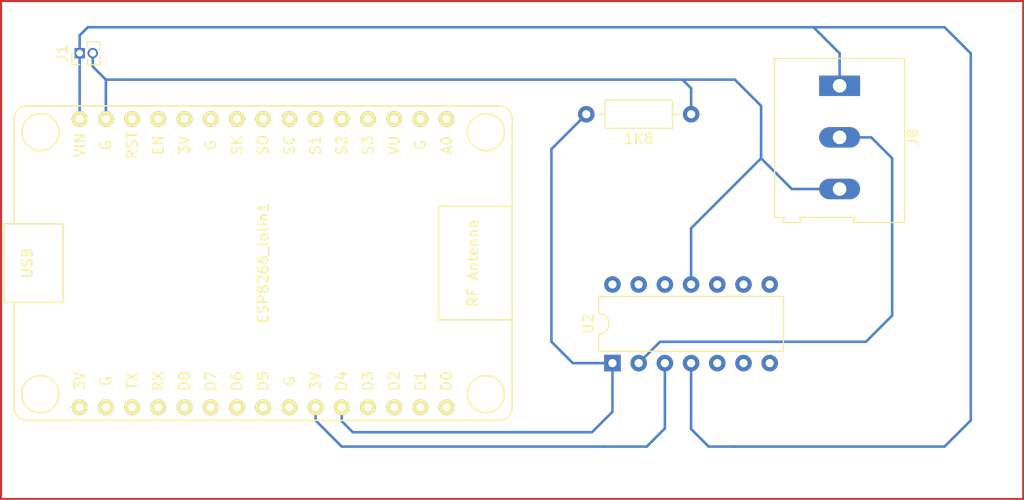
<source format=kicad_pcb>
(kicad_pcb (version 20211014) (generator pcbnew)
  (layers (0 "F.Cu" signal) (31 "B.Cu" signal) (34 "B.Paste" user) (35 "F.Paste" user) (36 "B.SilkS" user "B.Silkscreen") (37 "F.SilkS" user "F.Silkscreen") (38 "B.Mask" user) (39 "F.Mask" user) (44 "Edge.Cuts" user))
  (net 0 "")
  (net 1 "Net-(1K8-Pad1)")
  (net 2 "Net-(1K8-Pad2)")
  (net 16 "Net-(ESP8266_lolin1-Pad15)")
  (net 26 "Net-(ESP8266_lolin1-Pad25)")
  (net 31 "Net-(J8-Pad2)")
  (footprint "Package_DIP:DIP-14_W7.62mm" (layer "F.Cu") (at 150.695 96.05 90)
    (fp_text reference "U2" (at 3.81 -2.33 90) (layer "F.SilkS"))
    (fp_text value "LM324")
    (fp_line (start 6.46 -1.33) (end 4.81 -1.33) (layer "F.SilkS") (width 0.12))
    (fp_line (start 1.16 -1.33) (end 1.16 16.57) (layer "F.SilkS") (width 0.12))
    (fp_line (start 2.81 -1.33) (end 1.16 -1.33) (layer "F.SilkS") (width 0.12))
    (fp_line (start 6.46 16.57) (end 6.46 -1.33) (layer "F.SilkS") (width 0.12))
    (fp_line (start 1.16 16.57) (end 6.46 16.57) (layer "F.SilkS") (width 0.12))
    (fp_arc (start 4.81 -1.33) (mid 3.81 -0.33) (end 2.81 -1.33) (layer "F.SilkS") (width 0.12))
    (pad "1" thru_hole rect (at 0 0 90) (size 1.6 1.6) (drill 0.8) (layers *.Cu *.Mask) (net 2 "Net-(1K8-Pad2)"))
    (pad "2" thru_hole oval (at 0 2.54 90) (size 1.6 1.6) (drill 0.8) (layers *.Cu *.Mask) (net 31 "Net-(J8-Pad2)"))
    (pad "3" thru_hole oval (at 0 5.08 90) (size 1.6 1.6) (drill 0.8) (layers *.Cu *.Mask) (net 26 "Net-(ESP8266_lolin1-Pad25)"))
    (pad "4" thru_hole oval (at 0 7.62 90) (size 1.6 1.6) (drill 0.8) (layers *.Cu *.Mask) (net 16 "Net-(ESP8266_lolin1-Pad15)"))
    (pad "5" thru_hole oval (at 0 10.16 90) (size 1.6 1.6) (drill 0.8) (layers *.Cu *.Mask))
    (pad "6" thru_hole oval (at 0 12.7 90) (size 1.6 1.6) (drill 0.8) (layers *.Cu *.Mask))
    (pad "7" thru_hole oval (at 0 15.24 90) (size 1.6 1.6) (drill 0.8) (layers *.Cu *.Mask))
    (pad "8" thru_hole oval (at 7.62 15.24 90) (size 1.6 1.6) (drill 0.8) (layers *.Cu *.Mask))
    (pad "9" thru_hole oval (at 7.62 12.7 90) (size 1.6 1.6) (drill 0.8) (layers *.Cu *.Mask))
    (pad "10" thru_hole oval (at 7.62 10.16 90) (size 1.6 1.6) (drill 0.8) (layers *.Cu *.Mask))
    (pad "11" thru_hole oval (at 7.62 7.62 90) (size 1.6 1.6) (drill 0.8) (layers *.Cu *.Mask) (net 1 "Net-(1K8-Pad1)"))
    (pad "12" thru_hole oval (at 7.62 5.08 90) (size 1.6 1.6) (drill 0.8) (layers *.Cu *.Mask))
    (pad "13" thru_hole oval (at 7.62 2.54 90) (size 1.6 1.6) (drill 0.8) (layers *.Cu *.Mask))
    (pad "14" thru_hole oval (at 7.62 0 90) (size 1.6 1.6) (drill 0.8) (layers *.Cu *.Mask))
  )
  (footprint "Connector_PinHeader_1.27mm:PinHeader_1x02_P1.27mm_Vertical" (layer "F.Cu") (at 99.06 66.009833 90)
    (fp_text reference "J1" (at 0 -1.695 90) (layer "F.SilkS"))
    (fp_text value "USB_A")
    (fp_line (start -1.11 0.76) (end -0.563471 0.76) (layer "F.SilkS") (width 0.12))
    (fp_line (start 0.563471 0.76) (end 1.11 0.76) (layer "F.SilkS") (width 0.12))
    (fp_line (start 1.11 0.76) (end 1.11 1.965) (layer "F.SilkS") (width 0.12))
    (fp_line (start -1.11 0.76) (end -1.11 1.965) (layer "F.SilkS") (width 0.12))
    (fp_line (start -1.11 1.965) (end -0.30753 1.965) (layer "F.SilkS") (width 0.12))
    (fp_line (start -1.11 -0.76) (end 0 -0.76) (layer "F.SilkS") (width 0.12))
    (fp_line (start -1.11 0) (end -1.11 -0.76) (layer "F.SilkS") (width 0.12))
    (fp_line (start 0.30753 1.965) (end 1.11 1.965) (layer "F.SilkS") (width 0.12))
    (pad "1" thru_hole rect (at 0 0 90) (size 1 1) (drill 0.65) (layers *.Cu *.Mask) (net 16 "Net-(ESP8266_lolin1-Pad15)"))
    (pad "4" thru_hole oval (at 0 1.27 90) (size 1 1) (drill 0.65) (layers *.Cu *.Mask) (net 1 "Net-(1K8-Pad1)"))
  )
  (footprint "ESP8366:NodeMCU1.0(12-E)" (layer "F.Cu") (at 116.84 86.36 -90)
    (fp_text reference "ESP8266_lolin1" (at 0 0 -90) (layer "F.SilkS"))
    (fp_text value "NodeMCU1.0(ESP-12E)")
    (fp_text user "D2" (at 11.43 -12.7 -90) (layer "F.SilkS"))
    (fp_text user "G" (at -11.43 -15.24 -90) (layer "F.SilkS"))
    (fp_text user "VIN" (at -11.43 17.78 -90) (layer "F.SilkS"))
    (fp_text user "S1" (at -11.43 -5.08 -90) (layer "F.SilkS"))
    (fp_text user "D8" (at 11.43 7.62 -90) (layer "F.SilkS"))
    (fp_text user "RX" (at 11.43 10.16 -90) (layer "F.SilkS"))
    (fp_text user "A0" (at -11.43 -17.78 -90) (layer "F.SilkS"))
    (fp_text user "G" (at 11.43 -2.54 -90) (layer "F.SilkS"))
    (fp_text user "G" (at 11.43 15.24 -90) (layer "F.SilkS"))
    (fp_text user "D7" (at 11.43 5.08 -90) (layer "F.SilkS"))
    (fp_text user "D0" (at 11.43 -17.78 -90) (layer "F.SilkS"))
    (fp_text user "3V" (at 11.43 -5.08 -90) (layer "F.SilkS"))
    (fp_text user "D3" (at 11.43 -10.16 -90) (layer "F.SilkS"))
    (fp_text user "D4" (at 11.43 -7.62 -90) (layer "F.SilkS"))
    (fp_text user "SC" (at -11.43 -2.54 -90) (layer "F.SilkS"))
    (fp_text user "S2" (at -11.43 -7.62 -90) (layer "F.SilkS"))
    (fp_text user "D5" (at 11.43 0 -90) (layer "F.SilkS"))
    (fp_text user "SO" (at -11.43 0 -90) (layer "F.SilkS"))
    (fp_text user "S3" (at -11.43 -10.16 -90) (layer "F.SilkS"))
    (fp_text user "D1" (at 11.43 -15.24 -90) (layer "F.SilkS"))
    (fp_text user "G" (at -11.43 5.08 -90) (layer "F.SilkS"))
    (fp_text user "RF Antenna" (at 0 -20.32 -90) (layer "F.SilkS"))
    (fp_text user "D6" (at 11.43 2.54 -90) (layer "F.SilkS"))
    (fp_text user "G" (at -11.43 15.24 -90) (layer "F.SilkS"))
    (fp_text user "SK" (at -11.43 2.54 -90) (layer "F.SilkS"))
    (fp_text user "3V" (at 11.43 17.78 -90) (layer "F.SilkS"))
    (fp_text user "TX" (at 11.43 12.7 -90) (layer "F.SilkS"))
    (fp_text user "EN" (at -11.43 10.16 -90) (layer "F.SilkS"))
    (fp_text user "3V" (at -11.43 7.62 -90) (layer "F.SilkS"))
    (fp_text user "USB" (at 0 22.86 -90) (layer "F.SilkS"))
    (fp_text user "RST" (at -11.43 12.7 -90) (layer "F.SilkS"))
    (fp_text user "VU" (at -11.43 -12.7 -90) (layer "F.SilkS"))
    (fp_line (start 3.8 19.4) (end 3.8 25.13) (layer "F.SilkS") (width 0.15))
    (fp_line (start -15.24 -22.86) (end -15.24 22.86) (layer "F.SilkS") (width 0.15))
    (fp_line (start -5.5 -17) (end -5.5 -24.13) (layer "F.SilkS") (width 0.15))
    (fp_line (start 15.24 -22.86) (end 15.24 22.86) (layer "F.SilkS") (width 0.15))
    (fp_line (start 13.97 -24.13) (end -13.97 -24.13) (layer "F.SilkS") (width 0.15))
    (fp_line (start -3.8 25.13) (end -3.8 19.4) (layer "F.SilkS") (width 0.15))
    (fp_line (start -3.8 24.13) (end -13.97 24.13) (layer "F.SilkS") (width 0.15))
    (fp_line (start 5.5 -24.13) (end 5.5 -17) (layer "F.SilkS") (width 0.15))
    (fp_line (start 5.5 -17) (end -5.5 -17) (layer "F.SilkS") (width 0.15))
    (fp_line (start 3.8 25.13) (end -3.8 25.13) (layer "F.SilkS") (width 0.15))
    (fp_line (start 13.98 24.13) (end 3.81 24.13) (layer "F.SilkS") (width 0.15))
    (fp_line (start -3.8 19.4) (end 3.8 19.4) (layer "F.SilkS") (width 0.15))
    (fp_arc (start -15.24 -22.86) (mid -14.868026 -23.758026) (end -13.97 -24.13) (layer "F.SilkS") (width 0.15))
    (fp_arc (start -13.97 24.13) (mid -14.868026 23.758026) (end -15.24 22.86) (layer "F.SilkS") (width 0.15))
    (fp_arc (start 15.24 22.86) (mid 14.868026 23.758026) (end 13.97 24.13) (layer "F.SilkS") (width 0.15))
    (fp_arc (start 13.97 -24.13) (mid 14.868026 -23.758026) (end 15.24 -22.86) (layer "F.SilkS") (width 0.15))
    (fp_circle (center 12.7 21.59) (end 13.97 20.32) (layer "F.SilkS") (width 0.15) (fill none))
    (fp_circle (center 12.7 -21.59) (end 13.97 -22.86) (layer "F.SilkS") (width 0.15) (fill none))
    (fp_circle (center -12.7 21.59) (end -11.43 20.32) (layer "F.SilkS") (width 0.15) (fill none))
    (fp_circle (center -12.7 -21.59) (end -11.43 -22.86) (layer "F.SilkS") (width 0.15) (fill none))
    (pad "1" thru_hole circle locked (at -13.97 -17.78 270) (size 1.524 1.524) (drill 0.762) (layers *.Cu *.Mask "F.SilkS"))
    (pad "2" thru_hole circle locked (at -13.97 -15.24 270) (size 1.524 1.524) (drill 0.762) (layers *.Cu *.Mask "F.SilkS"))
    (pad "3" thru_hole circle locked (at -13.97 -12.7 270) (size 1.524 1.524) (drill 0.762) (layers *.Cu *.Mask "F.SilkS"))
    (pad "4" thru_hole circle locked (at -13.97 -10.16 270) (size 1.524 1.524) (drill 0.762) (layers *.Cu *.Mask "F.SilkS"))
    (pad "5" thru_hole circle locked (at -13.97 -7.62 270) (size 1.524 1.524) (drill 0.762) (layers *.Cu *.Mask "F.SilkS"))
    (pad "6" thru_hole circle locked (at -13.97 -5.08 270) (size 1.524 1.524) (drill 0.762) (layers *.Cu *.Mask "F.SilkS"))
    (pad "7" thru_hole circle locked (at -13.97 -2.54 270) (size 1.524 1.524) (drill 0.762) (layers *.Cu *.Mask "F.SilkS"))
    (pad "8" thru_hole circle locked (at -13.97 0 270) (size 1.524 1.524) (drill 0.762) (layers *.Cu *.Mask "F.SilkS"))
    (pad "9" thru_hole circle locked (at -13.97 2.54 270) (size 1.524 1.524) (drill 0.762) (layers *.Cu *.Mask "F.SilkS"))
    (pad "10" thru_hole circle locked (at -13.97 5.08 270) (size 1.524 1.524) (drill 0.762) (layers *.Cu *.Mask "F.SilkS"))
    (pad "11" thru_hole circle locked (at -13.97 7.62 270) (size 1.524 1.524) (drill 0.762) (layers *.Cu *.Mask "F.SilkS"))
    (pad "12" thru_hole circle locked (at -13.97 10.16 270) (size 1.524 1.524) (drill 0.762) (layers *.Cu *.Mask "F.SilkS"))
    (pad "13" thru_hole circle locked (at -13.97 12.7 270) (size 1.524 1.524) (drill 0.762) (layers *.Cu *.Mask "F.SilkS"))
    (pad "14" thru_hole circle locked (at -13.97 15.24 270) (size 1.524 1.524) (drill 0.762) (layers *.Cu *.Mask "F.SilkS") (net 1 "Net-(1K8-Pad1)"))
    (pad "15" thru_hole circle locked (at -13.97 17.78 270) (size 1.524 1.524) (drill 0.762) (layers *.Cu *.Mask "F.SilkS") (net 16 "Net-(ESP8266_lolin1-Pad15)"))
    (pad "16" thru_hole circle locked (at 13.97 17.78 270) (size 1.524 1.524) (drill 0.762) (layers *.Cu *.Mask "F.SilkS"))
    (pad "17" thru_hole circle locked (at 13.97 15.24 270) (size 1.524 1.524) (drill 0.762) (layers *.Cu *.Mask "F.SilkS"))
    (pad "18" thru_hole circle locked (at 13.97 12.7 270) (size 1.524 1.524) (drill 0.762) (layers *.Cu *.Mask "F.SilkS"))
    (pad "19" thru_hole circle locked (at 13.97 10.16 270) (size 1.524 1.524) (drill 0.762) (layers *.Cu *.Mask "F.SilkS"))
    (pad "20" thru_hole circle locked (at 13.97 7.62 270) (size 1.524 1.524) (drill 0.762) (layers *.Cu *.Mask "F.SilkS"))
    (pad "21" thru_hole circle locked (at 13.97 5.08 270) (size 1.524 1.524) (drill 0.762) (layers *.Cu *.Mask "F.SilkS"))
    (pad "22" thru_hole circle locked (at 13.97 2.54 270) (size 1.524 1.524) (drill 0.762) (layers *.Cu *.Mask "F.SilkS"))
    (pad "23" thru_hole circle locked (at 13.97 0 270) (size 1.524 1.524) (drill 0.762) (layers *.Cu *.Mask "F.SilkS"))
    (pad "24" thru_hole circle locked (at 13.97 -2.54 270) (size 1.524 1.524) (drill 0.762) (layers *.Cu *.Mask "F.SilkS"))
    (pad "25" thru_hole circle locked (at 13.97 -5.08 270) (size 1.524 1.524) (drill 0.762) (layers *.Cu *.Mask "F.SilkS") (net 26 "Net-(ESP8266_lolin1-Pad25)"))
    (pad "26" thru_hole circle locked (at 13.97 -7.62 270) (size 1.524 1.524) (drill 0.762) (layers *.Cu *.Mask "F.SilkS") (net 2 "Net-(1K8-Pad2)"))
    (pad "27" thru_hole circle locked (at 13.97 -10.16 270) (size 1.524 1.524) (drill 0.762) (layers *.Cu *.Mask "F.SilkS"))
    (pad "28" thru_hole circle locked (at 13.97 -12.7 270) (size 1.524 1.524) (drill 0.762) (layers *.Cu *.Mask "F.SilkS"))
    (pad "29" thru_hole circle locked (at 13.97 -15.24 270) (size 1.524 1.524) (drill 0.762) (layers *.Cu *.Mask "F.SilkS"))
    (pad "30" thru_hole circle locked (at 13.97 -17.78 270) (size 1.524 1.524) (drill 0.762) (layers *.Cu *.Mask "F.SilkS"))
  )
  (footprint "Resistor_THT:R_Axial_DIN0207_L6.3mm_D2.5mm_P10.16mm_Horizontal" (layer "F.Cu") (at 158.32 71.93 180)
    (fp_text reference "1K8" (at 5.08 -2.37) (layer "F.SilkS"))
    (fp_text value "R1")
    (fp_line (start 1.81 1.37) (end 8.35 1.37) (layer "F.SilkS") (width 0.12))
    (fp_line (start 1.04 0) (end 1.81 0) (layer "F.SilkS") (width 0.12))
    (fp_line (start 8.35 1.37) (end 8.35 -1.37) (layer "F.SilkS") (width 0.12))
    (fp_line (start 8.35 -1.37) (end 1.81 -1.37) (layer "F.SilkS") (width 0.12))
    (fp_line (start 9.12 0) (end 8.35 0) (layer "F.SilkS") (width 0.12))
    (fp_line (start 1.81 -1.37) (end 1.81 1.37) (layer "F.SilkS") (width 0.12))
    (pad "1" thru_hole circle (at 0 0 180) (size 1.6 1.6) (drill 0.8) (layers *.Cu *.Mask) (net 1 "Net-(1K8-Pad1)"))
    (pad "2" thru_hole oval (at 10.16 0 180) (size 1.6 1.6) (drill 0.8) (layers *.Cu *.Mask) (net 2 "Net-(1K8-Pad2)"))
  )
  (footprint "TerminalBlock:TerminalBlock_Altech_AK300-3_P5.00mm" (layer "F.Cu") (at 172.71 69.175 -90)
    (fp_text reference "J8" (at 5 -7.1 90) (layer "F.SilkS"))
    (fp_text value "Conn_01x03_Female")
    (fp_line (start 13.25 3.65) (end 12.75 3.9) (layer "F.SilkS") (width 0.12))
    (fp_line (start -2.65 -6.3) (end -2.65 6.3) (layer "F.SilkS") (width 0.12))
    (fp_line (start 13.25 5.65) (end 13.25 3.65) (layer "F.SilkS") (width 0.12))
    (fp_line (start 13.25 -6.3) (end -2.65 -6.3) (layer "F.SilkS") (width 0.12))
    (fp_line (start -2.65 6.3) (end 12.75 6.3) (layer "F.SilkS") (width 0.12))
    (fp_line (start 12.75 -1.5) (end 13.25 -1.25) (layer "F.SilkS") (width 0.12))
    (fp_line (start 12.75 3.9) (end 12.75 -1.5) (layer "F.SilkS") (width 0.12))
    (fp_line (start 12.75 6.3) (end 12.75 5.35) (layer "F.SilkS") (width 0.12))
    (fp_line (start 12.75 5.35) (end 13.25 5.65) (layer "F.SilkS") (width 0.12))
    (fp_line (start 13.25 -1.25) (end 13.25 -6.3) (layer "F.SilkS") (width 0.12))
    (pad "1" thru_hole rect (at 0 0 270) (size 1.98 3.96) (drill 1.32) (layers *.Cu *.Mask) (net 16 "Net-(ESP8266_lolin1-Pad15)"))
    (pad "2" thru_hole oval (at 5 0 270) (size 1.98 3.96) (drill 1.32) (layers *.Cu *.Mask) (net 31 "Net-(J8-Pad2)"))
    (pad "3" thru_hole oval (at 10 0 270) (size 1.98 3.96) (drill 1.32) (layers *.Cu *.Mask) (net 1 "Net-(1K8-Pad1)"))
  )
  (gr_line (start 190.5 60.96) (end 91.44 60.96) (layer "F.Cu") (width 0.2))
  (gr_line (start 91.44 60.96) (end 91.44 109.22) (layer "F.Cu") (width 0.2))
  (gr_line (start 91.44 109.22) (end 190.5 109.22) (layer "F.Cu") (width 0.2))
  (gr_line (start 190.5 109.22) (end 190.5 60.96) (layer "F.Cu") (width 0.2))
  (segment (start 101.6 68.58) (end 162.56 68.58) (width 0.25) (layer "B.Cu") (net 1))
  (segment (start 101.6 68.58) (end 101.6 72.39) (width 0.25) (layer "B.Cu") (net 1))
  (segment (start 165.1 76.2) (end 168.075 79.175) (width 0.25) (layer "B.Cu") (net 1))
  (segment (start 165.1 71.12) (end 165.1 76.2) (width 0.25) (layer "B.Cu") (net 1))
  (segment (start 158.315 88.43) (end 158.315 82.985) (width 0.25) (layer "B.Cu") (net 1))
  (segment (start 162.56 68.58) (end 165.1 71.12) (width 0.25) (layer "B.Cu") (net 1))
  (segment (start 100.33 67.31) (end 101.6 68.58) (width 0.25) (layer "B.Cu") (net 1))
  (segment (start 168.075 79.175) (end 172.71 79.175) (width 0.25) (layer "B.Cu") (net 1))
  (segment (start 158.315 82.985) (end 165.1 76.2) (width 0.25) (layer "B.Cu") (net 1))
  (segment (start 158.32 69.42) (end 157.48 68.58) (width 0.25) (layer "B.Cu") (net 1))
  (segment (start 158.32 71.93) (end 158.32 69.42) (width 0.25) (layer "B.Cu") (net 1))
  (segment (start 100.33 66.009833) (end 100.33 67.31) (width 0.25) (layer "B.Cu") (net 1))
  (segment (start 144.78 75.31) (end 148.16 71.93) (width 0.25) (layer "B.Cu") (net 2))
  (segment (start 124.46 100.33) (end 124.46 101.678075) (width 0.25) (layer "B.Cu") (net 2))
  (segment (start 150.695 100.765) (end 150.695 96.05) (width 0.25) (layer "B.Cu") (net 2))
  (segment (start 144.78 93.98) (end 144.78 75.31) (width 0.25) (layer "B.Cu") (net 2))
  (segment (start 124.46 101.678075) (end 125.532386 102.750461) (width 0.25) (layer "B.Cu") (net 2))
  (segment (start 148.709539 102.750461) (end 150.695 100.765) (width 0.25) (layer "B.Cu") (net 2))
  (segment (start 146.85 96.05) (end 144.78 93.98) (width 0.25) (layer "B.Cu") (net 2))
  (segment (start 150.695 96.05) (end 146.85 96.05) (width 0.25) (layer "B.Cu") (net 2))
  (segment (start 125.532386 102.750461) (end 148.709539 102.750461) (width 0.25) (layer "B.Cu") (net 2))
  (segment (start 172.71 66.05) (end 172.71 69.175) (width 0.25) (layer "B.Cu") (net 16))
  (segment (start 170.18 63.5) (end 182.88 63.5) (width 0.25) (layer "B.Cu") (net 16))
  (segment (start 99.849545 63.5) (end 170.18 63.5) (width 0.25) (layer "B.Cu") (net 16))
  (segment (start 99.06 64.289545) (end 99.849545 63.5) (width 0.25) (layer "B.Cu") (net 16))
  (segment (start 162.56 104.14) (end 160.02 104.14) (width 0.25) (layer "B.Cu") (net 16))
  (segment (start 158.315 102.435) (end 160.02 104.14) (width 0.25) (layer "B.Cu") (net 16))
  (segment (start 99.06 72.39) (end 99.06 66.009833) (width 0.25) (layer "B.Cu") (net 16))
  (segment (start 172.72 66.04) (end 172.71 66.05) (width 0.25) (layer "B.Cu") (net 16))
  (segment (start 182.88 104.14) (end 162.56 104.14) (width 0.25) (layer "B.Cu") (net 16))
  (segment (start 185.42 101.6) (end 182.88 104.14) (width 0.25) (layer "B.Cu") (net 16))
  (segment (start 158.315 96.05) (end 158.315 102.435) (width 0.25) (layer "B.Cu") (net 16))
  (segment (start 185.42 66.04) (end 185.42 101.6) (width 0.25) (layer "B.Cu") (net 16))
  (segment (start 99.06 66.009833) (end 99.06 64.289545) (width 0.25) (layer "B.Cu") (net 16))
  (segment (start 182.88 63.5) (end 185.42 66.04) (width 0.25) (layer "B.Cu") (net 16))
  (segment (start 170.18 63.5) (end 172.72 66.04) (width 0.25) (layer "B.Cu") (net 16))
  (segment (start 155.775 96.05) (end 155.775 102.379305) (width 0.25) (layer "B.Cu") (net 26))
  (segment (start 121.92 101.6) (end 124.46 104.14) (width 0.25) (layer "B.Cu") (net 26))
  (segment (start 154.045323 104.108982) (end 154.014305 104.14) (width 0.25) (layer "B.Cu") (net 26))
  (segment (start 155.775 102.379305) (end 154.045323 104.108982) (width 0.25) (layer "B.Cu") (net 26))
  (segment (start 154.014305 104.14) (end 149.86 104.14) (width 0.25) (layer "B.Cu") (net 26))
  (segment (start 124.46 104.14) (end 149.86 104.14) (width 0.25) (layer "B.Cu") (net 26))
  (segment (start 121.92 100.33) (end 121.92 101.6) (width 0.25) (layer "B.Cu") (net 26))
  (segment (start 153.235 96.05) (end 155.305 93.98) (width 0.25) (layer "B.Cu") (net 31))
  (segment (start 175.775 74.175) (end 177.8 76.2) (width 0.25) (layer "B.Cu") (net 31))
  (segment (start 172.71 74.175) (end 175.775 74.175) (width 0.25) (layer "B.Cu") (net 31))
  (segment (start 175.26 93.98) (end 177.8 91.44) (width 0.25) (layer "B.Cu") (net 31))
  (segment (start 155.305 93.98) (end 175.26 93.98) (width 0.25) (layer "B.Cu") (net 31))
  (segment (start 177.8 76.2) (end 177.8 91.44) (width 0.25) (layer "B.Cu") (net 31))
)
</source>
